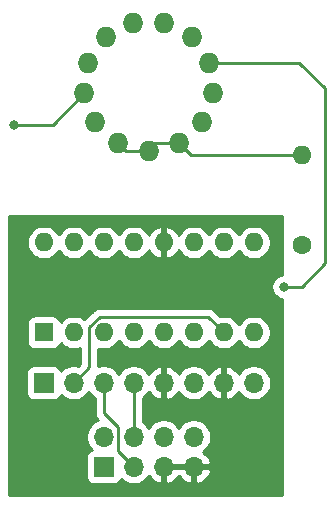
<source format=gbr>
%TF.GenerationSoftware,KiCad,Pcbnew,5.1.6-c6e7f7d~87~ubuntu20.04.1*%
%TF.CreationDate,2020-09-12T14:26:48-04:00*%
%TF.ProjectId,IN-14_Daughter,494e2d31-345f-4446-9175-67687465722e,rev?*%
%TF.SameCoordinates,Original*%
%TF.FileFunction,Copper,L2,Bot*%
%TF.FilePolarity,Positive*%
%FSLAX46Y46*%
G04 Gerber Fmt 4.6, Leading zero omitted, Abs format (unit mm)*
G04 Created by KiCad (PCBNEW 5.1.6-c6e7f7d~87~ubuntu20.04.1) date 2020-09-12 14:26:48*
%MOMM*%
%LPD*%
G01*
G04 APERTURE LIST*
%TA.AperFunction,ComponentPad*%
%ADD10O,1.750000X1.750000*%
%TD*%
%TA.AperFunction,ComponentPad*%
%ADD11O,1.600000X1.600000*%
%TD*%
%TA.AperFunction,ComponentPad*%
%ADD12R,1.600000X1.600000*%
%TD*%
%TA.AperFunction,ComponentPad*%
%ADD13R,1.700000X1.700000*%
%TD*%
%TA.AperFunction,ComponentPad*%
%ADD14O,1.700000X1.700000*%
%TD*%
%TA.AperFunction,ComponentPad*%
%ADD15C,1.600000*%
%TD*%
%TA.AperFunction,ViaPad*%
%ADD16C,0.800000*%
%TD*%
%TA.AperFunction,Conductor*%
%ADD17C,0.250000*%
%TD*%
%TA.AperFunction,Conductor*%
%ADD18C,0.254000*%
%TD*%
G04 APERTURE END LIST*
D10*
%TO.P,N1,13*%
%TO.N,Net-(N1-Pad1)*%
X157749977Y-65042608D03*
%TO.P,N1,12*%
%TO.N,Net-(N1-Pad12)*%
X159720411Y-63296956D03*
%TO.P,N1,11*%
%TO.N,Net-(N1-Pad11)*%
X160653898Y-60835551D03*
%TO.P,N1,10*%
%TO.N,Net-(N1-Pad10)*%
X160336589Y-58222274D03*
%TO.P,N1,9*%
%TO.N,Net-(N1-Pad9)*%
X158841174Y-56055791D03*
%TO.P,N1,8*%
%TO.N,Net-(N1-Pad8)*%
X156510236Y-54832421D03*
%TO.P,N1,7*%
%TO.N,Net-(N1-Pad7)*%
X153877764Y-54832421D03*
%TO.P,N1,6*%
%TO.N,Net-(N1-Pad6)*%
X151546826Y-56055791D03*
%TO.P,N1,5*%
%TO.N,Net-(N1-Pad5)*%
X150051411Y-58222274D03*
%TO.P,N1,4*%
%TO.N,Net-(N1-Pad4)*%
X149734102Y-60835551D03*
%TO.P,N1,3*%
%TO.N,Net-(N1-Pad3)*%
X150667589Y-63296956D03*
%TO.P,N1,2*%
%TO.N,Net-(N1-Pad1)*%
X152638023Y-65042608D03*
%TO.P,N1,1*%
X155194000Y-65672600D03*
%TD*%
D11*
%TO.P,U1,16*%
%TO.N,Net-(N1-Pad6)*%
X146304000Y-73456800D03*
%TO.P,U1,8*%
%TO.N,Net-(N1-Pad10)*%
X164084000Y-81076800D03*
%TO.P,U1,15*%
%TO.N,Net-(N1-Pad5)*%
X148844000Y-73456800D03*
%TO.P,U1,7*%
%TO.N,Net-(J1-Pad2)*%
X161544000Y-81076800D03*
%TO.P,U1,14*%
%TO.N,Net-(N1-Pad3)*%
X151384000Y-73456800D03*
%TO.P,U1,6*%
%TO.N,Net-(J1-Pad3)*%
X159004000Y-81076800D03*
%TO.P,U1,13*%
%TO.N,Net-(N1-Pad8)*%
X153924000Y-73456800D03*
%TO.P,U1,5*%
%TO.N,VCC*%
X156464000Y-81076800D03*
%TO.P,U1,12*%
%TO.N,GND*%
X156464000Y-73456800D03*
%TO.P,U1,4*%
%TO.N,Net-(J1-Pad1)*%
X153924000Y-81076800D03*
%TO.P,U1,11*%
%TO.N,Net-(N1-Pad9)*%
X159004000Y-73456800D03*
%TO.P,U1,3*%
%TO.N,Net-(J1-Pad4)*%
X151384000Y-81076800D03*
%TO.P,U1,10*%
%TO.N,Net-(N1-Pad12)*%
X161544000Y-73456800D03*
%TO.P,U1,2*%
%TO.N,Net-(N1-Pad4)*%
X148844000Y-81076800D03*
%TO.P,U1,9*%
%TO.N,Net-(N1-Pad11)*%
X164084000Y-73456800D03*
D12*
%TO.P,U1,1*%
%TO.N,Net-(N1-Pad7)*%
X146304000Y-81076800D03*
%TD*%
D13*
%TO.P,J1,1*%
%TO.N,Net-(J1-Pad1)*%
X146304000Y-85344000D03*
D14*
%TO.P,J1,2*%
%TO.N,Net-(J1-Pad2)*%
X148844000Y-85344000D03*
%TO.P,J1,3*%
%TO.N,Net-(J1-Pad3)*%
X151384000Y-85344000D03*
%TO.P,J1,4*%
%TO.N,Net-(J1-Pad4)*%
X153924000Y-85344000D03*
%TO.P,J1,5*%
%TO.N,GND*%
X156464000Y-85344000D03*
%TO.P,J1,6*%
%TO.N,VCC*%
X159004000Y-85344000D03*
%TO.P,J1,7*%
%TO.N,GND*%
X161544000Y-85344000D03*
%TO.P,J1,8*%
%TO.N,Net-(J1-Pad8)*%
X164084000Y-85344000D03*
%TD*%
D13*
%TO.P,J2,1*%
%TO.N,Net-(J1-Pad1)*%
X151384000Y-92456000D03*
D14*
%TO.P,J2,2*%
%TO.N,Net-(J1-Pad2)*%
X151384000Y-89916000D03*
%TO.P,J2,3*%
%TO.N,Net-(J1-Pad3)*%
X153924000Y-92456000D03*
%TO.P,J2,4*%
%TO.N,Net-(J1-Pad4)*%
X153924000Y-89916000D03*
%TO.P,J2,5*%
%TO.N,GND*%
X156464000Y-92456000D03*
%TO.P,J2,6*%
%TO.N,VCC*%
X156464000Y-89916000D03*
%TO.P,J2,7*%
%TO.N,GND*%
X159004000Y-92456000D03*
%TO.P,J2,8*%
%TO.N,Net-(J1-Pad8)*%
X159004000Y-89916000D03*
%TD*%
D15*
%TO.P,R1,1*%
%TO.N,Net-(J1-Pad8)*%
X168148000Y-73660000D03*
D11*
%TO.P,R1,2*%
%TO.N,Net-(N1-Pad1)*%
X168148000Y-66040000D03*
%TD*%
D16*
%TO.N,Net-(N1-Pad4)*%
X143764000Y-63500000D03*
%TO.N,Net-(N1-Pad10)*%
X166624000Y-77216000D03*
%TD*%
D17*
%TO.N,Net-(J1-Pad2)*%
X151043999Y-79751799D02*
X160218999Y-79751799D01*
X160218999Y-79751799D02*
X161544000Y-81076800D01*
X150169001Y-80626797D02*
X151043999Y-79751799D01*
X150169001Y-84018999D02*
X150169001Y-80626797D01*
X148844000Y-85344000D02*
X150169001Y-84018999D01*
%TO.N,Net-(J1-Pad3)*%
X151384000Y-85344000D02*
X151384000Y-87884000D01*
X152559001Y-91091001D02*
X153924000Y-92456000D01*
X152559001Y-89059001D02*
X152559001Y-91091001D01*
X151384000Y-87884000D02*
X152559001Y-89059001D01*
%TO.N,Net-(J1-Pad4)*%
X153924000Y-89916000D02*
X153924000Y-85344000D01*
%TO.N,Net-(N1-Pad1)*%
X158747369Y-66040000D02*
X157749977Y-65042608D01*
X155823992Y-65042608D02*
X155194000Y-65672600D01*
X157749977Y-65042608D02*
X155823992Y-65042608D01*
X153268015Y-65672600D02*
X152638023Y-65042608D01*
X155194000Y-65672600D02*
X153268015Y-65672600D01*
X158747369Y-66040000D02*
X168148000Y-66040000D01*
%TO.N,Net-(N1-Pad4)*%
X149734102Y-60835551D02*
X147069653Y-63500000D01*
X147069653Y-63500000D02*
X145796000Y-63500000D01*
X145796000Y-63500000D02*
X143764000Y-63500000D01*
%TO.N,Net-(N1-Pad10)*%
X160336589Y-58222274D02*
X162291276Y-58222274D01*
X162291276Y-58222274D02*
X166934274Y-58222274D01*
X166934274Y-58222274D02*
X167950274Y-58222274D01*
X167950274Y-58222274D02*
X170137990Y-60409990D01*
X170137990Y-60409990D02*
X170137990Y-75226010D01*
X168148000Y-77216000D02*
X166624000Y-77216000D01*
X170137990Y-75226010D02*
X168148000Y-77216000D01*
%TD*%
D18*
%TO.N,GND*%
G36*
X166497000Y-76185985D02*
G01*
X166322102Y-76220774D01*
X166133744Y-76298795D01*
X165964226Y-76412063D01*
X165820063Y-76556226D01*
X165706795Y-76725744D01*
X165628774Y-76914102D01*
X165589000Y-77114061D01*
X165589000Y-77317939D01*
X165628774Y-77517898D01*
X165706795Y-77706256D01*
X165820063Y-77875774D01*
X165964226Y-78019937D01*
X166133744Y-78133205D01*
X166322102Y-78211226D01*
X166497000Y-78246015D01*
X166497000Y-94869000D01*
X143408000Y-94869000D01*
X143408000Y-84494000D01*
X144815928Y-84494000D01*
X144815928Y-86194000D01*
X144828188Y-86318482D01*
X144864498Y-86438180D01*
X144923463Y-86548494D01*
X145002815Y-86645185D01*
X145099506Y-86724537D01*
X145209820Y-86783502D01*
X145329518Y-86819812D01*
X145454000Y-86832072D01*
X147154000Y-86832072D01*
X147278482Y-86819812D01*
X147398180Y-86783502D01*
X147508494Y-86724537D01*
X147605185Y-86645185D01*
X147684537Y-86548494D01*
X147743502Y-86438180D01*
X147765513Y-86365620D01*
X147897368Y-86497475D01*
X148140589Y-86659990D01*
X148410842Y-86771932D01*
X148697740Y-86829000D01*
X148990260Y-86829000D01*
X149277158Y-86771932D01*
X149547411Y-86659990D01*
X149790632Y-86497475D01*
X149997475Y-86290632D01*
X150114000Y-86116240D01*
X150230525Y-86290632D01*
X150437368Y-86497475D01*
X150624001Y-86622179D01*
X150624001Y-87846668D01*
X150620324Y-87884000D01*
X150634998Y-88032985D01*
X150678454Y-88176246D01*
X150749026Y-88308276D01*
X150786104Y-88353455D01*
X150844000Y-88424001D01*
X150872998Y-88447799D01*
X150924272Y-88499073D01*
X150680589Y-88600010D01*
X150437368Y-88762525D01*
X150230525Y-88969368D01*
X150068010Y-89212589D01*
X149956068Y-89482842D01*
X149899000Y-89769740D01*
X149899000Y-90062260D01*
X149956068Y-90349158D01*
X150068010Y-90619411D01*
X150230525Y-90862632D01*
X150362380Y-90994487D01*
X150289820Y-91016498D01*
X150179506Y-91075463D01*
X150082815Y-91154815D01*
X150003463Y-91251506D01*
X149944498Y-91361820D01*
X149908188Y-91481518D01*
X149895928Y-91606000D01*
X149895928Y-93306000D01*
X149908188Y-93430482D01*
X149944498Y-93550180D01*
X150003463Y-93660494D01*
X150082815Y-93757185D01*
X150179506Y-93836537D01*
X150289820Y-93895502D01*
X150409518Y-93931812D01*
X150534000Y-93944072D01*
X152234000Y-93944072D01*
X152358482Y-93931812D01*
X152478180Y-93895502D01*
X152588494Y-93836537D01*
X152685185Y-93757185D01*
X152764537Y-93660494D01*
X152823502Y-93550180D01*
X152845513Y-93477620D01*
X152977368Y-93609475D01*
X153220589Y-93771990D01*
X153490842Y-93883932D01*
X153777740Y-93941000D01*
X154070260Y-93941000D01*
X154357158Y-93883932D01*
X154627411Y-93771990D01*
X154870632Y-93609475D01*
X155077475Y-93402632D01*
X155199195Y-93220466D01*
X155268822Y-93337355D01*
X155463731Y-93553588D01*
X155697080Y-93727641D01*
X155959901Y-93852825D01*
X156107110Y-93897476D01*
X156337000Y-93776155D01*
X156337000Y-92583000D01*
X156591000Y-92583000D01*
X156591000Y-93776155D01*
X156820890Y-93897476D01*
X156968099Y-93852825D01*
X157230920Y-93727641D01*
X157464269Y-93553588D01*
X157659178Y-93337355D01*
X157734000Y-93211745D01*
X157808822Y-93337355D01*
X158003731Y-93553588D01*
X158237080Y-93727641D01*
X158499901Y-93852825D01*
X158647110Y-93897476D01*
X158877000Y-93776155D01*
X158877000Y-92583000D01*
X159131000Y-92583000D01*
X159131000Y-93776155D01*
X159360890Y-93897476D01*
X159508099Y-93852825D01*
X159770920Y-93727641D01*
X160004269Y-93553588D01*
X160199178Y-93337355D01*
X160348157Y-93087252D01*
X160445481Y-92812891D01*
X160324814Y-92583000D01*
X159131000Y-92583000D01*
X158877000Y-92583000D01*
X156591000Y-92583000D01*
X156337000Y-92583000D01*
X156317000Y-92583000D01*
X156317000Y-92329000D01*
X156337000Y-92329000D01*
X156337000Y-92309000D01*
X156591000Y-92309000D01*
X156591000Y-92329000D01*
X158877000Y-92329000D01*
X158877000Y-92309000D01*
X159131000Y-92309000D01*
X159131000Y-92329000D01*
X160324814Y-92329000D01*
X160445481Y-92099109D01*
X160348157Y-91824748D01*
X160199178Y-91574645D01*
X160004269Y-91358412D01*
X159774594Y-91187100D01*
X159950632Y-91069475D01*
X160157475Y-90862632D01*
X160319990Y-90619411D01*
X160431932Y-90349158D01*
X160489000Y-90062260D01*
X160489000Y-89769740D01*
X160431932Y-89482842D01*
X160319990Y-89212589D01*
X160157475Y-88969368D01*
X159950632Y-88762525D01*
X159707411Y-88600010D01*
X159437158Y-88488068D01*
X159150260Y-88431000D01*
X158857740Y-88431000D01*
X158570842Y-88488068D01*
X158300589Y-88600010D01*
X158057368Y-88762525D01*
X157850525Y-88969368D01*
X157734000Y-89143760D01*
X157617475Y-88969368D01*
X157410632Y-88762525D01*
X157167411Y-88600010D01*
X156897158Y-88488068D01*
X156610260Y-88431000D01*
X156317740Y-88431000D01*
X156030842Y-88488068D01*
X155760589Y-88600010D01*
X155517368Y-88762525D01*
X155310525Y-88969368D01*
X155194000Y-89143760D01*
X155077475Y-88969368D01*
X154870632Y-88762525D01*
X154684000Y-88637822D01*
X154684000Y-86622178D01*
X154870632Y-86497475D01*
X155077475Y-86290632D01*
X155199195Y-86108466D01*
X155268822Y-86225355D01*
X155463731Y-86441588D01*
X155697080Y-86615641D01*
X155959901Y-86740825D01*
X156107110Y-86785476D01*
X156337000Y-86664155D01*
X156337000Y-85471000D01*
X156317000Y-85471000D01*
X156317000Y-85217000D01*
X156337000Y-85217000D01*
X156337000Y-84023845D01*
X156591000Y-84023845D01*
X156591000Y-85217000D01*
X156611000Y-85217000D01*
X156611000Y-85471000D01*
X156591000Y-85471000D01*
X156591000Y-86664155D01*
X156820890Y-86785476D01*
X156968099Y-86740825D01*
X157230920Y-86615641D01*
X157464269Y-86441588D01*
X157659178Y-86225355D01*
X157728805Y-86108466D01*
X157850525Y-86290632D01*
X158057368Y-86497475D01*
X158300589Y-86659990D01*
X158570842Y-86771932D01*
X158857740Y-86829000D01*
X159150260Y-86829000D01*
X159437158Y-86771932D01*
X159707411Y-86659990D01*
X159950632Y-86497475D01*
X160157475Y-86290632D01*
X160279195Y-86108466D01*
X160348822Y-86225355D01*
X160543731Y-86441588D01*
X160777080Y-86615641D01*
X161039901Y-86740825D01*
X161187110Y-86785476D01*
X161417000Y-86664155D01*
X161417000Y-85471000D01*
X161397000Y-85471000D01*
X161397000Y-85217000D01*
X161417000Y-85217000D01*
X161417000Y-84023845D01*
X161671000Y-84023845D01*
X161671000Y-85217000D01*
X161691000Y-85217000D01*
X161691000Y-85471000D01*
X161671000Y-85471000D01*
X161671000Y-86664155D01*
X161900890Y-86785476D01*
X162048099Y-86740825D01*
X162310920Y-86615641D01*
X162544269Y-86441588D01*
X162739178Y-86225355D01*
X162808805Y-86108466D01*
X162930525Y-86290632D01*
X163137368Y-86497475D01*
X163380589Y-86659990D01*
X163650842Y-86771932D01*
X163937740Y-86829000D01*
X164230260Y-86829000D01*
X164517158Y-86771932D01*
X164787411Y-86659990D01*
X165030632Y-86497475D01*
X165237475Y-86290632D01*
X165399990Y-86047411D01*
X165511932Y-85777158D01*
X165569000Y-85490260D01*
X165569000Y-85197740D01*
X165511932Y-84910842D01*
X165399990Y-84640589D01*
X165237475Y-84397368D01*
X165030632Y-84190525D01*
X164787411Y-84028010D01*
X164517158Y-83916068D01*
X164230260Y-83859000D01*
X163937740Y-83859000D01*
X163650842Y-83916068D01*
X163380589Y-84028010D01*
X163137368Y-84190525D01*
X162930525Y-84397368D01*
X162808805Y-84579534D01*
X162739178Y-84462645D01*
X162544269Y-84246412D01*
X162310920Y-84072359D01*
X162048099Y-83947175D01*
X161900890Y-83902524D01*
X161671000Y-84023845D01*
X161417000Y-84023845D01*
X161187110Y-83902524D01*
X161039901Y-83947175D01*
X160777080Y-84072359D01*
X160543731Y-84246412D01*
X160348822Y-84462645D01*
X160279195Y-84579534D01*
X160157475Y-84397368D01*
X159950632Y-84190525D01*
X159707411Y-84028010D01*
X159437158Y-83916068D01*
X159150260Y-83859000D01*
X158857740Y-83859000D01*
X158570842Y-83916068D01*
X158300589Y-84028010D01*
X158057368Y-84190525D01*
X157850525Y-84397368D01*
X157728805Y-84579534D01*
X157659178Y-84462645D01*
X157464269Y-84246412D01*
X157230920Y-84072359D01*
X156968099Y-83947175D01*
X156820890Y-83902524D01*
X156591000Y-84023845D01*
X156337000Y-84023845D01*
X156107110Y-83902524D01*
X155959901Y-83947175D01*
X155697080Y-84072359D01*
X155463731Y-84246412D01*
X155268822Y-84462645D01*
X155199195Y-84579534D01*
X155077475Y-84397368D01*
X154870632Y-84190525D01*
X154627411Y-84028010D01*
X154357158Y-83916068D01*
X154070260Y-83859000D01*
X153777740Y-83859000D01*
X153490842Y-83916068D01*
X153220589Y-84028010D01*
X152977368Y-84190525D01*
X152770525Y-84397368D01*
X152654000Y-84571760D01*
X152537475Y-84397368D01*
X152330632Y-84190525D01*
X152087411Y-84028010D01*
X151817158Y-83916068D01*
X151530260Y-83859000D01*
X151237740Y-83859000D01*
X150950842Y-83916068D01*
X150929001Y-83925115D01*
X150929001Y-82441565D01*
X150965426Y-82456653D01*
X151242665Y-82511800D01*
X151525335Y-82511800D01*
X151802574Y-82456653D01*
X152063727Y-82348480D01*
X152298759Y-82191437D01*
X152498637Y-81991559D01*
X152654000Y-81759041D01*
X152809363Y-81991559D01*
X153009241Y-82191437D01*
X153244273Y-82348480D01*
X153505426Y-82456653D01*
X153782665Y-82511800D01*
X154065335Y-82511800D01*
X154342574Y-82456653D01*
X154603727Y-82348480D01*
X154838759Y-82191437D01*
X155038637Y-81991559D01*
X155194000Y-81759041D01*
X155349363Y-81991559D01*
X155549241Y-82191437D01*
X155784273Y-82348480D01*
X156045426Y-82456653D01*
X156322665Y-82511800D01*
X156605335Y-82511800D01*
X156882574Y-82456653D01*
X157143727Y-82348480D01*
X157378759Y-82191437D01*
X157578637Y-81991559D01*
X157734000Y-81759041D01*
X157889363Y-81991559D01*
X158089241Y-82191437D01*
X158324273Y-82348480D01*
X158585426Y-82456653D01*
X158862665Y-82511800D01*
X159145335Y-82511800D01*
X159422574Y-82456653D01*
X159683727Y-82348480D01*
X159918759Y-82191437D01*
X160118637Y-81991559D01*
X160274000Y-81759041D01*
X160429363Y-81991559D01*
X160629241Y-82191437D01*
X160864273Y-82348480D01*
X161125426Y-82456653D01*
X161402665Y-82511800D01*
X161685335Y-82511800D01*
X161962574Y-82456653D01*
X162223727Y-82348480D01*
X162458759Y-82191437D01*
X162658637Y-81991559D01*
X162814000Y-81759041D01*
X162969363Y-81991559D01*
X163169241Y-82191437D01*
X163404273Y-82348480D01*
X163665426Y-82456653D01*
X163942665Y-82511800D01*
X164225335Y-82511800D01*
X164502574Y-82456653D01*
X164763727Y-82348480D01*
X164998759Y-82191437D01*
X165198637Y-81991559D01*
X165355680Y-81756527D01*
X165463853Y-81495374D01*
X165519000Y-81218135D01*
X165519000Y-80935465D01*
X165463853Y-80658226D01*
X165355680Y-80397073D01*
X165198637Y-80162041D01*
X164998759Y-79962163D01*
X164763727Y-79805120D01*
X164502574Y-79696947D01*
X164225335Y-79641800D01*
X163942665Y-79641800D01*
X163665426Y-79696947D01*
X163404273Y-79805120D01*
X163169241Y-79962163D01*
X162969363Y-80162041D01*
X162814000Y-80394559D01*
X162658637Y-80162041D01*
X162458759Y-79962163D01*
X162223727Y-79805120D01*
X161962574Y-79696947D01*
X161685335Y-79641800D01*
X161402665Y-79641800D01*
X161220114Y-79678112D01*
X160782802Y-79240801D01*
X160759000Y-79211798D01*
X160643275Y-79116825D01*
X160511246Y-79046253D01*
X160367985Y-79002796D01*
X160256332Y-78991799D01*
X160256321Y-78991799D01*
X160218999Y-78988123D01*
X160181677Y-78991799D01*
X151081321Y-78991799D01*
X151043998Y-78988123D01*
X151006675Y-78991799D01*
X151006666Y-78991799D01*
X150895013Y-79002796D01*
X150751752Y-79046253D01*
X150619722Y-79116825D01*
X150536082Y-79185467D01*
X150503998Y-79211798D01*
X150480200Y-79240796D01*
X149758796Y-79962200D01*
X149758759Y-79962163D01*
X149523727Y-79805120D01*
X149262574Y-79696947D01*
X148985335Y-79641800D01*
X148702665Y-79641800D01*
X148425426Y-79696947D01*
X148164273Y-79805120D01*
X147929241Y-79962163D01*
X147730643Y-80160761D01*
X147729812Y-80152318D01*
X147693502Y-80032620D01*
X147634537Y-79922306D01*
X147555185Y-79825615D01*
X147458494Y-79746263D01*
X147348180Y-79687298D01*
X147228482Y-79650988D01*
X147104000Y-79638728D01*
X145504000Y-79638728D01*
X145379518Y-79650988D01*
X145259820Y-79687298D01*
X145149506Y-79746263D01*
X145052815Y-79825615D01*
X144973463Y-79922306D01*
X144914498Y-80032620D01*
X144878188Y-80152318D01*
X144865928Y-80276800D01*
X144865928Y-81876800D01*
X144878188Y-82001282D01*
X144914498Y-82120980D01*
X144973463Y-82231294D01*
X145052815Y-82327985D01*
X145149506Y-82407337D01*
X145259820Y-82466302D01*
X145379518Y-82502612D01*
X145504000Y-82514872D01*
X147104000Y-82514872D01*
X147228482Y-82502612D01*
X147348180Y-82466302D01*
X147458494Y-82407337D01*
X147555185Y-82327985D01*
X147634537Y-82231294D01*
X147693502Y-82120980D01*
X147729812Y-82001282D01*
X147730643Y-81992839D01*
X147929241Y-82191437D01*
X148164273Y-82348480D01*
X148425426Y-82456653D01*
X148702665Y-82511800D01*
X148985335Y-82511800D01*
X149262574Y-82456653D01*
X149409001Y-82396001D01*
X149409001Y-83704196D01*
X149210407Y-83902790D01*
X148990260Y-83859000D01*
X148697740Y-83859000D01*
X148410842Y-83916068D01*
X148140589Y-84028010D01*
X147897368Y-84190525D01*
X147765513Y-84322380D01*
X147743502Y-84249820D01*
X147684537Y-84139506D01*
X147605185Y-84042815D01*
X147508494Y-83963463D01*
X147398180Y-83904498D01*
X147278482Y-83868188D01*
X147154000Y-83855928D01*
X145454000Y-83855928D01*
X145329518Y-83868188D01*
X145209820Y-83904498D01*
X145099506Y-83963463D01*
X145002815Y-84042815D01*
X144923463Y-84139506D01*
X144864498Y-84249820D01*
X144828188Y-84369518D01*
X144815928Y-84494000D01*
X143408000Y-84494000D01*
X143408000Y-73315465D01*
X144869000Y-73315465D01*
X144869000Y-73598135D01*
X144924147Y-73875374D01*
X145032320Y-74136527D01*
X145189363Y-74371559D01*
X145389241Y-74571437D01*
X145624273Y-74728480D01*
X145885426Y-74836653D01*
X146162665Y-74891800D01*
X146445335Y-74891800D01*
X146722574Y-74836653D01*
X146983727Y-74728480D01*
X147218759Y-74571437D01*
X147418637Y-74371559D01*
X147574000Y-74139041D01*
X147729363Y-74371559D01*
X147929241Y-74571437D01*
X148164273Y-74728480D01*
X148425426Y-74836653D01*
X148702665Y-74891800D01*
X148985335Y-74891800D01*
X149262574Y-74836653D01*
X149523727Y-74728480D01*
X149758759Y-74571437D01*
X149958637Y-74371559D01*
X150114000Y-74139041D01*
X150269363Y-74371559D01*
X150469241Y-74571437D01*
X150704273Y-74728480D01*
X150965426Y-74836653D01*
X151242665Y-74891800D01*
X151525335Y-74891800D01*
X151802574Y-74836653D01*
X152063727Y-74728480D01*
X152298759Y-74571437D01*
X152498637Y-74371559D01*
X152654000Y-74139041D01*
X152809363Y-74371559D01*
X153009241Y-74571437D01*
X153244273Y-74728480D01*
X153505426Y-74836653D01*
X153782665Y-74891800D01*
X154065335Y-74891800D01*
X154342574Y-74836653D01*
X154603727Y-74728480D01*
X154838759Y-74571437D01*
X155038637Y-74371559D01*
X155195680Y-74136527D01*
X155200067Y-74125935D01*
X155311615Y-74311931D01*
X155500586Y-74520319D01*
X155726580Y-74687837D01*
X155980913Y-74808046D01*
X156114961Y-74848704D01*
X156337000Y-74726715D01*
X156337000Y-73583800D01*
X156317000Y-73583800D01*
X156317000Y-73329800D01*
X156337000Y-73329800D01*
X156337000Y-72186885D01*
X156591000Y-72186885D01*
X156591000Y-73329800D01*
X156611000Y-73329800D01*
X156611000Y-73583800D01*
X156591000Y-73583800D01*
X156591000Y-74726715D01*
X156813039Y-74848704D01*
X156947087Y-74808046D01*
X157201420Y-74687837D01*
X157427414Y-74520319D01*
X157616385Y-74311931D01*
X157727933Y-74125935D01*
X157732320Y-74136527D01*
X157889363Y-74371559D01*
X158089241Y-74571437D01*
X158324273Y-74728480D01*
X158585426Y-74836653D01*
X158862665Y-74891800D01*
X159145335Y-74891800D01*
X159422574Y-74836653D01*
X159683727Y-74728480D01*
X159918759Y-74571437D01*
X160118637Y-74371559D01*
X160274000Y-74139041D01*
X160429363Y-74371559D01*
X160629241Y-74571437D01*
X160864273Y-74728480D01*
X161125426Y-74836653D01*
X161402665Y-74891800D01*
X161685335Y-74891800D01*
X161962574Y-74836653D01*
X162223727Y-74728480D01*
X162458759Y-74571437D01*
X162658637Y-74371559D01*
X162814000Y-74139041D01*
X162969363Y-74371559D01*
X163169241Y-74571437D01*
X163404273Y-74728480D01*
X163665426Y-74836653D01*
X163942665Y-74891800D01*
X164225335Y-74891800D01*
X164502574Y-74836653D01*
X164763727Y-74728480D01*
X164998759Y-74571437D01*
X165198637Y-74371559D01*
X165355680Y-74136527D01*
X165463853Y-73875374D01*
X165519000Y-73598135D01*
X165519000Y-73315465D01*
X165463853Y-73038226D01*
X165355680Y-72777073D01*
X165198637Y-72542041D01*
X164998759Y-72342163D01*
X164763727Y-72185120D01*
X164502574Y-72076947D01*
X164225335Y-72021800D01*
X163942665Y-72021800D01*
X163665426Y-72076947D01*
X163404273Y-72185120D01*
X163169241Y-72342163D01*
X162969363Y-72542041D01*
X162814000Y-72774559D01*
X162658637Y-72542041D01*
X162458759Y-72342163D01*
X162223727Y-72185120D01*
X161962574Y-72076947D01*
X161685335Y-72021800D01*
X161402665Y-72021800D01*
X161125426Y-72076947D01*
X160864273Y-72185120D01*
X160629241Y-72342163D01*
X160429363Y-72542041D01*
X160274000Y-72774559D01*
X160118637Y-72542041D01*
X159918759Y-72342163D01*
X159683727Y-72185120D01*
X159422574Y-72076947D01*
X159145335Y-72021800D01*
X158862665Y-72021800D01*
X158585426Y-72076947D01*
X158324273Y-72185120D01*
X158089241Y-72342163D01*
X157889363Y-72542041D01*
X157732320Y-72777073D01*
X157727933Y-72787665D01*
X157616385Y-72601669D01*
X157427414Y-72393281D01*
X157201420Y-72225763D01*
X156947087Y-72105554D01*
X156813039Y-72064896D01*
X156591000Y-72186885D01*
X156337000Y-72186885D01*
X156114961Y-72064896D01*
X155980913Y-72105554D01*
X155726580Y-72225763D01*
X155500586Y-72393281D01*
X155311615Y-72601669D01*
X155200067Y-72787665D01*
X155195680Y-72777073D01*
X155038637Y-72542041D01*
X154838759Y-72342163D01*
X154603727Y-72185120D01*
X154342574Y-72076947D01*
X154065335Y-72021800D01*
X153782665Y-72021800D01*
X153505426Y-72076947D01*
X153244273Y-72185120D01*
X153009241Y-72342163D01*
X152809363Y-72542041D01*
X152654000Y-72774559D01*
X152498637Y-72542041D01*
X152298759Y-72342163D01*
X152063727Y-72185120D01*
X151802574Y-72076947D01*
X151525335Y-72021800D01*
X151242665Y-72021800D01*
X150965426Y-72076947D01*
X150704273Y-72185120D01*
X150469241Y-72342163D01*
X150269363Y-72542041D01*
X150114000Y-72774559D01*
X149958637Y-72542041D01*
X149758759Y-72342163D01*
X149523727Y-72185120D01*
X149262574Y-72076947D01*
X148985335Y-72021800D01*
X148702665Y-72021800D01*
X148425426Y-72076947D01*
X148164273Y-72185120D01*
X147929241Y-72342163D01*
X147729363Y-72542041D01*
X147574000Y-72774559D01*
X147418637Y-72542041D01*
X147218759Y-72342163D01*
X146983727Y-72185120D01*
X146722574Y-72076947D01*
X146445335Y-72021800D01*
X146162665Y-72021800D01*
X145885426Y-72076947D01*
X145624273Y-72185120D01*
X145389241Y-72342163D01*
X145189363Y-72542041D01*
X145032320Y-72777073D01*
X144924147Y-73038226D01*
X144869000Y-73315465D01*
X143408000Y-73315465D01*
X143408000Y-71247000D01*
X166497000Y-71247000D01*
X166497000Y-76185985D01*
G37*
X166497000Y-76185985D02*
X166322102Y-76220774D01*
X166133744Y-76298795D01*
X165964226Y-76412063D01*
X165820063Y-76556226D01*
X165706795Y-76725744D01*
X165628774Y-76914102D01*
X165589000Y-77114061D01*
X165589000Y-77317939D01*
X165628774Y-77517898D01*
X165706795Y-77706256D01*
X165820063Y-77875774D01*
X165964226Y-78019937D01*
X166133744Y-78133205D01*
X166322102Y-78211226D01*
X166497000Y-78246015D01*
X166497000Y-94869000D01*
X143408000Y-94869000D01*
X143408000Y-84494000D01*
X144815928Y-84494000D01*
X144815928Y-86194000D01*
X144828188Y-86318482D01*
X144864498Y-86438180D01*
X144923463Y-86548494D01*
X145002815Y-86645185D01*
X145099506Y-86724537D01*
X145209820Y-86783502D01*
X145329518Y-86819812D01*
X145454000Y-86832072D01*
X147154000Y-86832072D01*
X147278482Y-86819812D01*
X147398180Y-86783502D01*
X147508494Y-86724537D01*
X147605185Y-86645185D01*
X147684537Y-86548494D01*
X147743502Y-86438180D01*
X147765513Y-86365620D01*
X147897368Y-86497475D01*
X148140589Y-86659990D01*
X148410842Y-86771932D01*
X148697740Y-86829000D01*
X148990260Y-86829000D01*
X149277158Y-86771932D01*
X149547411Y-86659990D01*
X149790632Y-86497475D01*
X149997475Y-86290632D01*
X150114000Y-86116240D01*
X150230525Y-86290632D01*
X150437368Y-86497475D01*
X150624001Y-86622179D01*
X150624001Y-87846668D01*
X150620324Y-87884000D01*
X150634998Y-88032985D01*
X150678454Y-88176246D01*
X150749026Y-88308276D01*
X150786104Y-88353455D01*
X150844000Y-88424001D01*
X150872998Y-88447799D01*
X150924272Y-88499073D01*
X150680589Y-88600010D01*
X150437368Y-88762525D01*
X150230525Y-88969368D01*
X150068010Y-89212589D01*
X149956068Y-89482842D01*
X149899000Y-89769740D01*
X149899000Y-90062260D01*
X149956068Y-90349158D01*
X150068010Y-90619411D01*
X150230525Y-90862632D01*
X150362380Y-90994487D01*
X150289820Y-91016498D01*
X150179506Y-91075463D01*
X150082815Y-91154815D01*
X150003463Y-91251506D01*
X149944498Y-91361820D01*
X149908188Y-91481518D01*
X149895928Y-91606000D01*
X149895928Y-93306000D01*
X149908188Y-93430482D01*
X149944498Y-93550180D01*
X150003463Y-93660494D01*
X150082815Y-93757185D01*
X150179506Y-93836537D01*
X150289820Y-93895502D01*
X150409518Y-93931812D01*
X150534000Y-93944072D01*
X152234000Y-93944072D01*
X152358482Y-93931812D01*
X152478180Y-93895502D01*
X152588494Y-93836537D01*
X152685185Y-93757185D01*
X152764537Y-93660494D01*
X152823502Y-93550180D01*
X152845513Y-93477620D01*
X152977368Y-93609475D01*
X153220589Y-93771990D01*
X153490842Y-93883932D01*
X153777740Y-93941000D01*
X154070260Y-93941000D01*
X154357158Y-93883932D01*
X154627411Y-93771990D01*
X154870632Y-93609475D01*
X155077475Y-93402632D01*
X155199195Y-93220466D01*
X155268822Y-93337355D01*
X155463731Y-93553588D01*
X155697080Y-93727641D01*
X155959901Y-93852825D01*
X156107110Y-93897476D01*
X156337000Y-93776155D01*
X156337000Y-92583000D01*
X156591000Y-92583000D01*
X156591000Y-93776155D01*
X156820890Y-93897476D01*
X156968099Y-93852825D01*
X157230920Y-93727641D01*
X157464269Y-93553588D01*
X157659178Y-93337355D01*
X157734000Y-93211745D01*
X157808822Y-93337355D01*
X158003731Y-93553588D01*
X158237080Y-93727641D01*
X158499901Y-93852825D01*
X158647110Y-93897476D01*
X158877000Y-93776155D01*
X158877000Y-92583000D01*
X159131000Y-92583000D01*
X159131000Y-93776155D01*
X159360890Y-93897476D01*
X159508099Y-93852825D01*
X159770920Y-93727641D01*
X160004269Y-93553588D01*
X160199178Y-93337355D01*
X160348157Y-93087252D01*
X160445481Y-92812891D01*
X160324814Y-92583000D01*
X159131000Y-92583000D01*
X158877000Y-92583000D01*
X156591000Y-92583000D01*
X156337000Y-92583000D01*
X156317000Y-92583000D01*
X156317000Y-92329000D01*
X156337000Y-92329000D01*
X156337000Y-92309000D01*
X156591000Y-92309000D01*
X156591000Y-92329000D01*
X158877000Y-92329000D01*
X158877000Y-92309000D01*
X159131000Y-92309000D01*
X159131000Y-92329000D01*
X160324814Y-92329000D01*
X160445481Y-92099109D01*
X160348157Y-91824748D01*
X160199178Y-91574645D01*
X160004269Y-91358412D01*
X159774594Y-91187100D01*
X159950632Y-91069475D01*
X160157475Y-90862632D01*
X160319990Y-90619411D01*
X160431932Y-90349158D01*
X160489000Y-90062260D01*
X160489000Y-89769740D01*
X160431932Y-89482842D01*
X160319990Y-89212589D01*
X160157475Y-88969368D01*
X159950632Y-88762525D01*
X159707411Y-88600010D01*
X159437158Y-88488068D01*
X159150260Y-88431000D01*
X158857740Y-88431000D01*
X158570842Y-88488068D01*
X158300589Y-88600010D01*
X158057368Y-88762525D01*
X157850525Y-88969368D01*
X157734000Y-89143760D01*
X157617475Y-88969368D01*
X157410632Y-88762525D01*
X157167411Y-88600010D01*
X156897158Y-88488068D01*
X156610260Y-88431000D01*
X156317740Y-88431000D01*
X156030842Y-88488068D01*
X155760589Y-88600010D01*
X155517368Y-88762525D01*
X155310525Y-88969368D01*
X155194000Y-89143760D01*
X155077475Y-88969368D01*
X154870632Y-88762525D01*
X154684000Y-88637822D01*
X154684000Y-86622178D01*
X154870632Y-86497475D01*
X155077475Y-86290632D01*
X155199195Y-86108466D01*
X155268822Y-86225355D01*
X155463731Y-86441588D01*
X155697080Y-86615641D01*
X155959901Y-86740825D01*
X156107110Y-86785476D01*
X156337000Y-86664155D01*
X156337000Y-85471000D01*
X156317000Y-85471000D01*
X156317000Y-85217000D01*
X156337000Y-85217000D01*
X156337000Y-84023845D01*
X156591000Y-84023845D01*
X156591000Y-85217000D01*
X156611000Y-85217000D01*
X156611000Y-85471000D01*
X156591000Y-85471000D01*
X156591000Y-86664155D01*
X156820890Y-86785476D01*
X156968099Y-86740825D01*
X157230920Y-86615641D01*
X157464269Y-86441588D01*
X157659178Y-86225355D01*
X157728805Y-86108466D01*
X157850525Y-86290632D01*
X158057368Y-86497475D01*
X158300589Y-86659990D01*
X158570842Y-86771932D01*
X158857740Y-86829000D01*
X159150260Y-86829000D01*
X159437158Y-86771932D01*
X159707411Y-86659990D01*
X159950632Y-86497475D01*
X160157475Y-86290632D01*
X160279195Y-86108466D01*
X160348822Y-86225355D01*
X160543731Y-86441588D01*
X160777080Y-86615641D01*
X161039901Y-86740825D01*
X161187110Y-86785476D01*
X161417000Y-86664155D01*
X161417000Y-85471000D01*
X161397000Y-85471000D01*
X161397000Y-85217000D01*
X161417000Y-85217000D01*
X161417000Y-84023845D01*
X161671000Y-84023845D01*
X161671000Y-85217000D01*
X161691000Y-85217000D01*
X161691000Y-85471000D01*
X161671000Y-85471000D01*
X161671000Y-86664155D01*
X161900890Y-86785476D01*
X162048099Y-86740825D01*
X162310920Y-86615641D01*
X162544269Y-86441588D01*
X162739178Y-86225355D01*
X162808805Y-86108466D01*
X162930525Y-86290632D01*
X163137368Y-86497475D01*
X163380589Y-86659990D01*
X163650842Y-86771932D01*
X163937740Y-86829000D01*
X164230260Y-86829000D01*
X164517158Y-86771932D01*
X164787411Y-86659990D01*
X165030632Y-86497475D01*
X165237475Y-86290632D01*
X165399990Y-86047411D01*
X165511932Y-85777158D01*
X165569000Y-85490260D01*
X165569000Y-85197740D01*
X165511932Y-84910842D01*
X165399990Y-84640589D01*
X165237475Y-84397368D01*
X165030632Y-84190525D01*
X164787411Y-84028010D01*
X164517158Y-83916068D01*
X164230260Y-83859000D01*
X163937740Y-83859000D01*
X163650842Y-83916068D01*
X163380589Y-84028010D01*
X163137368Y-84190525D01*
X162930525Y-84397368D01*
X162808805Y-84579534D01*
X162739178Y-84462645D01*
X162544269Y-84246412D01*
X162310920Y-84072359D01*
X162048099Y-83947175D01*
X161900890Y-83902524D01*
X161671000Y-84023845D01*
X161417000Y-84023845D01*
X161187110Y-83902524D01*
X161039901Y-83947175D01*
X160777080Y-84072359D01*
X160543731Y-84246412D01*
X160348822Y-84462645D01*
X160279195Y-84579534D01*
X160157475Y-84397368D01*
X159950632Y-84190525D01*
X159707411Y-84028010D01*
X159437158Y-83916068D01*
X159150260Y-83859000D01*
X158857740Y-83859000D01*
X158570842Y-83916068D01*
X158300589Y-84028010D01*
X158057368Y-84190525D01*
X157850525Y-84397368D01*
X157728805Y-84579534D01*
X157659178Y-84462645D01*
X157464269Y-84246412D01*
X157230920Y-84072359D01*
X156968099Y-83947175D01*
X156820890Y-83902524D01*
X156591000Y-84023845D01*
X156337000Y-84023845D01*
X156107110Y-83902524D01*
X155959901Y-83947175D01*
X155697080Y-84072359D01*
X155463731Y-84246412D01*
X155268822Y-84462645D01*
X155199195Y-84579534D01*
X155077475Y-84397368D01*
X154870632Y-84190525D01*
X154627411Y-84028010D01*
X154357158Y-83916068D01*
X154070260Y-83859000D01*
X153777740Y-83859000D01*
X153490842Y-83916068D01*
X153220589Y-84028010D01*
X152977368Y-84190525D01*
X152770525Y-84397368D01*
X152654000Y-84571760D01*
X152537475Y-84397368D01*
X152330632Y-84190525D01*
X152087411Y-84028010D01*
X151817158Y-83916068D01*
X151530260Y-83859000D01*
X151237740Y-83859000D01*
X150950842Y-83916068D01*
X150929001Y-83925115D01*
X150929001Y-82441565D01*
X150965426Y-82456653D01*
X151242665Y-82511800D01*
X151525335Y-82511800D01*
X151802574Y-82456653D01*
X152063727Y-82348480D01*
X152298759Y-82191437D01*
X152498637Y-81991559D01*
X152654000Y-81759041D01*
X152809363Y-81991559D01*
X153009241Y-82191437D01*
X153244273Y-82348480D01*
X153505426Y-82456653D01*
X153782665Y-82511800D01*
X154065335Y-82511800D01*
X154342574Y-82456653D01*
X154603727Y-82348480D01*
X154838759Y-82191437D01*
X155038637Y-81991559D01*
X155194000Y-81759041D01*
X155349363Y-81991559D01*
X155549241Y-82191437D01*
X155784273Y-82348480D01*
X156045426Y-82456653D01*
X156322665Y-82511800D01*
X156605335Y-82511800D01*
X156882574Y-82456653D01*
X157143727Y-82348480D01*
X157378759Y-82191437D01*
X157578637Y-81991559D01*
X157734000Y-81759041D01*
X157889363Y-81991559D01*
X158089241Y-82191437D01*
X158324273Y-82348480D01*
X158585426Y-82456653D01*
X158862665Y-82511800D01*
X159145335Y-82511800D01*
X159422574Y-82456653D01*
X159683727Y-82348480D01*
X159918759Y-82191437D01*
X160118637Y-81991559D01*
X160274000Y-81759041D01*
X160429363Y-81991559D01*
X160629241Y-82191437D01*
X160864273Y-82348480D01*
X161125426Y-82456653D01*
X161402665Y-82511800D01*
X161685335Y-82511800D01*
X161962574Y-82456653D01*
X162223727Y-82348480D01*
X162458759Y-82191437D01*
X162658637Y-81991559D01*
X162814000Y-81759041D01*
X162969363Y-81991559D01*
X163169241Y-82191437D01*
X163404273Y-82348480D01*
X163665426Y-82456653D01*
X163942665Y-82511800D01*
X164225335Y-82511800D01*
X164502574Y-82456653D01*
X164763727Y-82348480D01*
X164998759Y-82191437D01*
X165198637Y-81991559D01*
X165355680Y-81756527D01*
X165463853Y-81495374D01*
X165519000Y-81218135D01*
X165519000Y-80935465D01*
X165463853Y-80658226D01*
X165355680Y-80397073D01*
X165198637Y-80162041D01*
X164998759Y-79962163D01*
X164763727Y-79805120D01*
X164502574Y-79696947D01*
X164225335Y-79641800D01*
X163942665Y-79641800D01*
X163665426Y-79696947D01*
X163404273Y-79805120D01*
X163169241Y-79962163D01*
X162969363Y-80162041D01*
X162814000Y-80394559D01*
X162658637Y-80162041D01*
X162458759Y-79962163D01*
X162223727Y-79805120D01*
X161962574Y-79696947D01*
X161685335Y-79641800D01*
X161402665Y-79641800D01*
X161220114Y-79678112D01*
X160782802Y-79240801D01*
X160759000Y-79211798D01*
X160643275Y-79116825D01*
X160511246Y-79046253D01*
X160367985Y-79002796D01*
X160256332Y-78991799D01*
X160256321Y-78991799D01*
X160218999Y-78988123D01*
X160181677Y-78991799D01*
X151081321Y-78991799D01*
X151043998Y-78988123D01*
X151006675Y-78991799D01*
X151006666Y-78991799D01*
X150895013Y-79002796D01*
X150751752Y-79046253D01*
X150619722Y-79116825D01*
X150536082Y-79185467D01*
X150503998Y-79211798D01*
X150480200Y-79240796D01*
X149758796Y-79962200D01*
X149758759Y-79962163D01*
X149523727Y-79805120D01*
X149262574Y-79696947D01*
X148985335Y-79641800D01*
X148702665Y-79641800D01*
X148425426Y-79696947D01*
X148164273Y-79805120D01*
X147929241Y-79962163D01*
X147730643Y-80160761D01*
X147729812Y-80152318D01*
X147693502Y-80032620D01*
X147634537Y-79922306D01*
X147555185Y-79825615D01*
X147458494Y-79746263D01*
X147348180Y-79687298D01*
X147228482Y-79650988D01*
X147104000Y-79638728D01*
X145504000Y-79638728D01*
X145379518Y-79650988D01*
X145259820Y-79687298D01*
X145149506Y-79746263D01*
X145052815Y-79825615D01*
X144973463Y-79922306D01*
X144914498Y-80032620D01*
X144878188Y-80152318D01*
X144865928Y-80276800D01*
X144865928Y-81876800D01*
X144878188Y-82001282D01*
X144914498Y-82120980D01*
X144973463Y-82231294D01*
X145052815Y-82327985D01*
X145149506Y-82407337D01*
X145259820Y-82466302D01*
X145379518Y-82502612D01*
X145504000Y-82514872D01*
X147104000Y-82514872D01*
X147228482Y-82502612D01*
X147348180Y-82466302D01*
X147458494Y-82407337D01*
X147555185Y-82327985D01*
X147634537Y-82231294D01*
X147693502Y-82120980D01*
X147729812Y-82001282D01*
X147730643Y-81992839D01*
X147929241Y-82191437D01*
X148164273Y-82348480D01*
X148425426Y-82456653D01*
X148702665Y-82511800D01*
X148985335Y-82511800D01*
X149262574Y-82456653D01*
X149409001Y-82396001D01*
X149409001Y-83704196D01*
X149210407Y-83902790D01*
X148990260Y-83859000D01*
X148697740Y-83859000D01*
X148410842Y-83916068D01*
X148140589Y-84028010D01*
X147897368Y-84190525D01*
X147765513Y-84322380D01*
X147743502Y-84249820D01*
X147684537Y-84139506D01*
X147605185Y-84042815D01*
X147508494Y-83963463D01*
X147398180Y-83904498D01*
X147278482Y-83868188D01*
X147154000Y-83855928D01*
X145454000Y-83855928D01*
X145329518Y-83868188D01*
X145209820Y-83904498D01*
X145099506Y-83963463D01*
X145002815Y-84042815D01*
X144923463Y-84139506D01*
X144864498Y-84249820D01*
X144828188Y-84369518D01*
X144815928Y-84494000D01*
X143408000Y-84494000D01*
X143408000Y-73315465D01*
X144869000Y-73315465D01*
X144869000Y-73598135D01*
X144924147Y-73875374D01*
X145032320Y-74136527D01*
X145189363Y-74371559D01*
X145389241Y-74571437D01*
X145624273Y-74728480D01*
X145885426Y-74836653D01*
X146162665Y-74891800D01*
X146445335Y-74891800D01*
X146722574Y-74836653D01*
X146983727Y-74728480D01*
X147218759Y-74571437D01*
X147418637Y-74371559D01*
X147574000Y-74139041D01*
X147729363Y-74371559D01*
X147929241Y-74571437D01*
X148164273Y-74728480D01*
X148425426Y-74836653D01*
X148702665Y-74891800D01*
X148985335Y-74891800D01*
X149262574Y-74836653D01*
X149523727Y-74728480D01*
X149758759Y-74571437D01*
X149958637Y-74371559D01*
X150114000Y-74139041D01*
X150269363Y-74371559D01*
X150469241Y-74571437D01*
X150704273Y-74728480D01*
X150965426Y-74836653D01*
X151242665Y-74891800D01*
X151525335Y-74891800D01*
X151802574Y-74836653D01*
X152063727Y-74728480D01*
X152298759Y-74571437D01*
X152498637Y-74371559D01*
X152654000Y-74139041D01*
X152809363Y-74371559D01*
X153009241Y-74571437D01*
X153244273Y-74728480D01*
X153505426Y-74836653D01*
X153782665Y-74891800D01*
X154065335Y-74891800D01*
X154342574Y-74836653D01*
X154603727Y-74728480D01*
X154838759Y-74571437D01*
X155038637Y-74371559D01*
X155195680Y-74136527D01*
X155200067Y-74125935D01*
X155311615Y-74311931D01*
X155500586Y-74520319D01*
X155726580Y-74687837D01*
X155980913Y-74808046D01*
X156114961Y-74848704D01*
X156337000Y-74726715D01*
X156337000Y-73583800D01*
X156317000Y-73583800D01*
X156317000Y-73329800D01*
X156337000Y-73329800D01*
X156337000Y-72186885D01*
X156591000Y-72186885D01*
X156591000Y-73329800D01*
X156611000Y-73329800D01*
X156611000Y-73583800D01*
X156591000Y-73583800D01*
X156591000Y-74726715D01*
X156813039Y-74848704D01*
X156947087Y-74808046D01*
X157201420Y-74687837D01*
X157427414Y-74520319D01*
X157616385Y-74311931D01*
X157727933Y-74125935D01*
X157732320Y-74136527D01*
X157889363Y-74371559D01*
X158089241Y-74571437D01*
X158324273Y-74728480D01*
X158585426Y-74836653D01*
X158862665Y-74891800D01*
X159145335Y-74891800D01*
X159422574Y-74836653D01*
X159683727Y-74728480D01*
X159918759Y-74571437D01*
X160118637Y-74371559D01*
X160274000Y-74139041D01*
X160429363Y-74371559D01*
X160629241Y-74571437D01*
X160864273Y-74728480D01*
X161125426Y-74836653D01*
X161402665Y-74891800D01*
X161685335Y-74891800D01*
X161962574Y-74836653D01*
X162223727Y-74728480D01*
X162458759Y-74571437D01*
X162658637Y-74371559D01*
X162814000Y-74139041D01*
X162969363Y-74371559D01*
X163169241Y-74571437D01*
X163404273Y-74728480D01*
X163665426Y-74836653D01*
X163942665Y-74891800D01*
X164225335Y-74891800D01*
X164502574Y-74836653D01*
X164763727Y-74728480D01*
X164998759Y-74571437D01*
X165198637Y-74371559D01*
X165355680Y-74136527D01*
X165463853Y-73875374D01*
X165519000Y-73598135D01*
X165519000Y-73315465D01*
X165463853Y-73038226D01*
X165355680Y-72777073D01*
X165198637Y-72542041D01*
X164998759Y-72342163D01*
X164763727Y-72185120D01*
X164502574Y-72076947D01*
X164225335Y-72021800D01*
X163942665Y-72021800D01*
X163665426Y-72076947D01*
X163404273Y-72185120D01*
X163169241Y-72342163D01*
X162969363Y-72542041D01*
X162814000Y-72774559D01*
X162658637Y-72542041D01*
X162458759Y-72342163D01*
X162223727Y-72185120D01*
X161962574Y-72076947D01*
X161685335Y-72021800D01*
X161402665Y-72021800D01*
X161125426Y-72076947D01*
X160864273Y-72185120D01*
X160629241Y-72342163D01*
X160429363Y-72542041D01*
X160274000Y-72774559D01*
X160118637Y-72542041D01*
X159918759Y-72342163D01*
X159683727Y-72185120D01*
X159422574Y-72076947D01*
X159145335Y-72021800D01*
X158862665Y-72021800D01*
X158585426Y-72076947D01*
X158324273Y-72185120D01*
X158089241Y-72342163D01*
X157889363Y-72542041D01*
X157732320Y-72777073D01*
X157727933Y-72787665D01*
X157616385Y-72601669D01*
X157427414Y-72393281D01*
X157201420Y-72225763D01*
X156947087Y-72105554D01*
X156813039Y-72064896D01*
X156591000Y-72186885D01*
X156337000Y-72186885D01*
X156114961Y-72064896D01*
X155980913Y-72105554D01*
X155726580Y-72225763D01*
X155500586Y-72393281D01*
X155311615Y-72601669D01*
X155200067Y-72787665D01*
X155195680Y-72777073D01*
X155038637Y-72542041D01*
X154838759Y-72342163D01*
X154603727Y-72185120D01*
X154342574Y-72076947D01*
X154065335Y-72021800D01*
X153782665Y-72021800D01*
X153505426Y-72076947D01*
X153244273Y-72185120D01*
X153009241Y-72342163D01*
X152809363Y-72542041D01*
X152654000Y-72774559D01*
X152498637Y-72542041D01*
X152298759Y-72342163D01*
X152063727Y-72185120D01*
X151802574Y-72076947D01*
X151525335Y-72021800D01*
X151242665Y-72021800D01*
X150965426Y-72076947D01*
X150704273Y-72185120D01*
X150469241Y-72342163D01*
X150269363Y-72542041D01*
X150114000Y-72774559D01*
X149958637Y-72542041D01*
X149758759Y-72342163D01*
X149523727Y-72185120D01*
X149262574Y-72076947D01*
X148985335Y-72021800D01*
X148702665Y-72021800D01*
X148425426Y-72076947D01*
X148164273Y-72185120D01*
X147929241Y-72342163D01*
X147729363Y-72542041D01*
X147574000Y-72774559D01*
X147418637Y-72542041D01*
X147218759Y-72342163D01*
X146983727Y-72185120D01*
X146722574Y-72076947D01*
X146445335Y-72021800D01*
X146162665Y-72021800D01*
X145885426Y-72076947D01*
X145624273Y-72185120D01*
X145389241Y-72342163D01*
X145189363Y-72542041D01*
X145032320Y-72777073D01*
X144924147Y-73038226D01*
X144869000Y-73315465D01*
X143408000Y-73315465D01*
X143408000Y-71247000D01*
X166497000Y-71247000D01*
X166497000Y-76185985D01*
%TD*%
M02*

</source>
